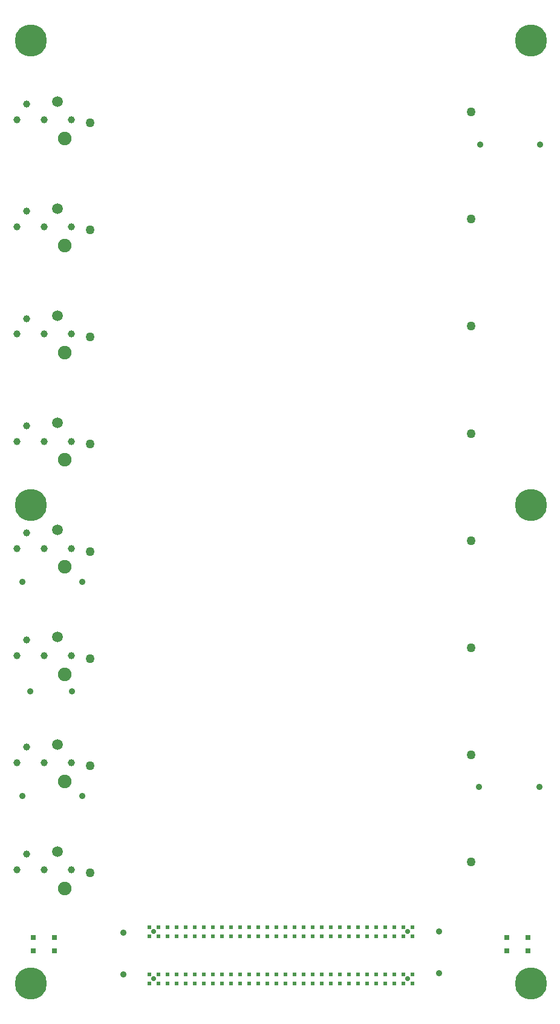
<source format=gbs>
G04 #@! TF.GenerationSoftware,KiCad,Pcbnew,(5.1.10)-1*
G04 #@! TF.CreationDate,2021-12-21T16:16:02-05:00*
G04 #@! TF.ProjectId,backplane,6261636b-706c-4616-9e65-2e6b69636164,A1*
G04 #@! TF.SameCoordinates,Original*
G04 #@! TF.FileFunction,Soldermask,Bot*
G04 #@! TF.FilePolarity,Negative*
%FSLAX46Y46*%
G04 Gerber Fmt 4.6, Leading zero omitted, Abs format (unit mm)*
G04 Created by KiCad (PCBNEW (5.1.10)-1) date 2021-12-21 16:16:02*
%MOMM*%
%LPD*%
G01*
G04 APERTURE LIST*
%ADD10C,0.609600*%
%ADD11C,0.740000*%
%ADD12C,0.900000*%
%ADD13C,1.000000*%
%ADD14C,1.500000*%
%ADD15C,1.270000*%
%ADD16R,0.650000X0.700000*%
%ADD17C,4.500000*%
%ADD18C,1.900000*%
G04 APERTURE END LIST*
D10*
X115824000Y-172847000D03*
X115824000Y-171577000D03*
X114554000Y-172847000D03*
X114554000Y-171577000D03*
X113284000Y-172847000D03*
X113284000Y-171577000D03*
X112014000Y-172847000D03*
X112014000Y-171577000D03*
X110744000Y-172847000D03*
X110744000Y-171577000D03*
X109474000Y-172847000D03*
X109474000Y-171577000D03*
X108204000Y-172847000D03*
X108204000Y-171577000D03*
X106934000Y-172847000D03*
X106934000Y-171577000D03*
X105664000Y-172847000D03*
X105664000Y-171577000D03*
X104394000Y-172847000D03*
X104394000Y-171577000D03*
X103124000Y-172847000D03*
X103124000Y-171577000D03*
X101854000Y-172847000D03*
X101854000Y-171577000D03*
X100584000Y-172847000D03*
X100584000Y-171577000D03*
X99314000Y-172847000D03*
X99314000Y-171577000D03*
X98044000Y-172847000D03*
X98044000Y-171577000D03*
X96774000Y-172847000D03*
X96774000Y-171577000D03*
X95504000Y-172847000D03*
X95504000Y-171577000D03*
X94234000Y-172847000D03*
X94234000Y-171577000D03*
D11*
X115189000Y-172212000D03*
X79629000Y-172212000D03*
D10*
X92964000Y-172847000D03*
X92964000Y-171577000D03*
X91694000Y-172847000D03*
X91694000Y-171577000D03*
X90424000Y-172847000D03*
X90424000Y-171577000D03*
X89154000Y-172847000D03*
X89154000Y-171577000D03*
X87884000Y-172847000D03*
X87884000Y-171577000D03*
X86614000Y-172847000D03*
X86614000Y-171577000D03*
X85344000Y-172847000D03*
X85344000Y-171577000D03*
X84074000Y-172847000D03*
X84074000Y-171577000D03*
X82804000Y-172847000D03*
X82804000Y-171577000D03*
X81534000Y-172847000D03*
X81534000Y-171577000D03*
X80264000Y-172847000D03*
X80264000Y-171577000D03*
X78994000Y-172847000D03*
X78994000Y-171577000D03*
X115824000Y-166243000D03*
X115824000Y-164973000D03*
X114554000Y-166243000D03*
X114554000Y-164973000D03*
X113284000Y-166243000D03*
X113284000Y-164973000D03*
X112014000Y-166243000D03*
X112014000Y-164973000D03*
X110744000Y-166243000D03*
X110744000Y-164973000D03*
X109474000Y-166243000D03*
X109474000Y-164973000D03*
X108204000Y-166243000D03*
X108204000Y-164973000D03*
X106934000Y-166243000D03*
X106934000Y-164973000D03*
X105664000Y-166243000D03*
X105664000Y-164973000D03*
X104394000Y-166243000D03*
X104394000Y-164973000D03*
X103124000Y-166243000D03*
X103124000Y-164973000D03*
X101854000Y-166243000D03*
X101854000Y-164973000D03*
X100584000Y-166243000D03*
X100584000Y-164973000D03*
X99314000Y-166243000D03*
X99314000Y-164973000D03*
X98044000Y-166243000D03*
X98044000Y-164973000D03*
X96774000Y-166243000D03*
X96774000Y-164973000D03*
X95504000Y-166243000D03*
X95504000Y-164973000D03*
X94234000Y-166243000D03*
X94234000Y-164973000D03*
D11*
X115189000Y-165608000D03*
X79629000Y-165608000D03*
D10*
X92964000Y-166243000D03*
X92964000Y-164973000D03*
X91694000Y-166243000D03*
X91694000Y-164973000D03*
X90424000Y-166243000D03*
X90424000Y-164973000D03*
X89154000Y-166243000D03*
X89154000Y-164973000D03*
X87884000Y-166243000D03*
X87884000Y-164973000D03*
X86614000Y-166243000D03*
X86614000Y-164973000D03*
X85344000Y-166243000D03*
X85344000Y-164973000D03*
X84074000Y-166243000D03*
X84074000Y-164973000D03*
X82804000Y-166243000D03*
X82804000Y-164973000D03*
X81534000Y-166243000D03*
X81534000Y-164973000D03*
X80264000Y-166243000D03*
X80264000Y-164973000D03*
X78994000Y-166243000D03*
X78994000Y-164973000D03*
D12*
X119550000Y-165575000D03*
X119550000Y-171475000D03*
X75400000Y-165750000D03*
X75400000Y-171650000D03*
X62302600Y-131950200D03*
X68202600Y-131950200D03*
X69609000Y-116645000D03*
X61209000Y-116645000D03*
X133609000Y-145395000D03*
X125209000Y-145395000D03*
X61250000Y-146600000D03*
X69650000Y-146600000D03*
D13*
X60479000Y-51995000D03*
X61879000Y-49795000D03*
X64279000Y-51995000D03*
D14*
X66179000Y-49405000D03*
D13*
X68079000Y-51995000D03*
D15*
X70709000Y-52395000D03*
X124109000Y-50895000D03*
D13*
X60479000Y-66995000D03*
X61879000Y-64795000D03*
X64279000Y-66995000D03*
D14*
X66179000Y-64405000D03*
D13*
X68079000Y-66995000D03*
D15*
X70709000Y-67395000D03*
X124109000Y-65895000D03*
D13*
X60479000Y-81995000D03*
X61879000Y-79795000D03*
X64279000Y-81995000D03*
D14*
X66179000Y-79405000D03*
D13*
X68079000Y-81995000D03*
D15*
X70709000Y-82395000D03*
X124109000Y-80895000D03*
D13*
X60479000Y-96995000D03*
X61879000Y-94795000D03*
X64279000Y-96995000D03*
D14*
X66179000Y-94405000D03*
D13*
X68079000Y-96995000D03*
D15*
X70709000Y-97395000D03*
X124109000Y-95895000D03*
D13*
X60479000Y-111995000D03*
X61879000Y-109795000D03*
X64279000Y-111995000D03*
D14*
X66179000Y-109405000D03*
D13*
X68079000Y-111995000D03*
D15*
X70709000Y-112395000D03*
X124109000Y-110895000D03*
D13*
X60479000Y-126995000D03*
X61879000Y-124795000D03*
X64279000Y-126995000D03*
D14*
X66179000Y-124405000D03*
D13*
X68079000Y-126995000D03*
D15*
X70709000Y-127395000D03*
X124109000Y-125895000D03*
D13*
X60479000Y-141995000D03*
X61879000Y-139795000D03*
X64279000Y-141995000D03*
D14*
X66179000Y-139405000D03*
D13*
X68079000Y-141995000D03*
D15*
X70709000Y-142395000D03*
X124109000Y-140895000D03*
D13*
X60479000Y-156995000D03*
X61879000Y-154795000D03*
X64279000Y-156995000D03*
D14*
X66179000Y-154405000D03*
D13*
X68079000Y-156995000D03*
D15*
X70709000Y-157395000D03*
X124109000Y-155895000D03*
D16*
X132034000Y-166445000D03*
X129084000Y-166445000D03*
X132034000Y-168345000D03*
X129084000Y-168345000D03*
X65734000Y-166445000D03*
X62784000Y-166445000D03*
X65734000Y-168345000D03*
X62784000Y-168345000D03*
D17*
X132409000Y-40895000D03*
X62409000Y-105895000D03*
X132409000Y-105895000D03*
X132409000Y-172895000D03*
X62409000Y-172895000D03*
X62409000Y-40895000D03*
D12*
X125309000Y-55495000D03*
X133709000Y-55495000D03*
D18*
X67179000Y-54586000D03*
X67179000Y-69586000D03*
X67179000Y-84586000D03*
X67179000Y-99585000D03*
X67179000Y-114585000D03*
X67179000Y-129585000D03*
X67179000Y-144585000D03*
X67179000Y-159585000D03*
M02*

</source>
